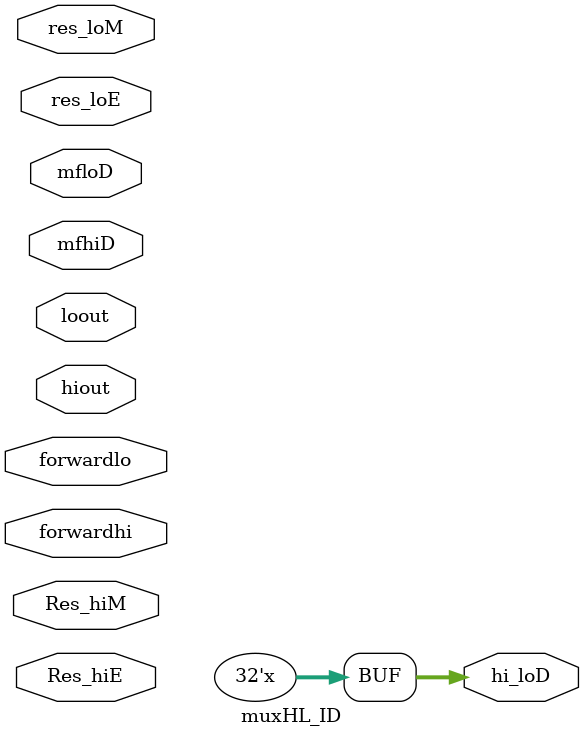
<source format=v>
`timescale 1ns / 1ps

module muxHL_ID (
    input[31:0] Res_hiM,
    input[31:0] Res_hiE,
    input[31:0] hiout,
    input[1:0] forwardhi,
    input[1:0] forwardlo,
    input[31:0] loout,
    input[31:0] res_loE,
    input[31:0] res_loM,
    input mfhiD,
    input mfloD,
    output reg[31:0] hi_loD
);
    initial begin
        hi_loD = 0;
    end
    reg[31:0] hiD;
    reg[31:0] loD;
    always @(*) 
    begin
        case (forwardhi)
            2: hiD <= Res_hiM;
            1: hiD <= Res_hiE;
            0: hiD <= hiout;
        endcase

        case (forwardlo)
            0: loD <= loout;
            1: loD <= res_loE;
            2: loD <= res_loM;
        endcase    

        if(mfhiD)
            hi_loD <= hiD;
        if(mfloD)
            hi_loD <= loD;
    end
    initial begin
        hiD = 0;
        loD = 0;
    end
endmodule
</source>
